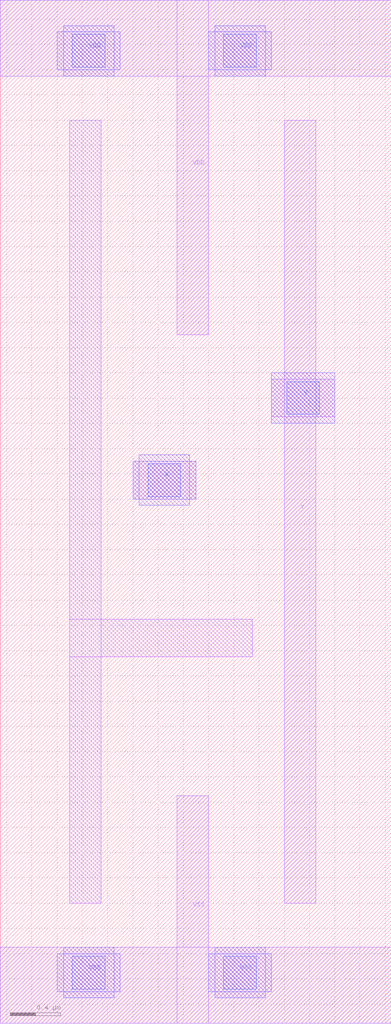
<source format=lef>
# Copyright 2022 Google LLC
# Licensed under the Apache License, Version 2.0 (the "License");
# you may not use this file except in compliance with the License.
# You may obtain a copy of the License at
#
#      http://www.apache.org/licenses/LICENSE-2.0
#
# Unless required by applicable law or agreed to in writing, software
# distributed under the License is distributed on an "AS IS" BASIS,
# WITHOUT WARRANTIES OR CONDITIONS OF ANY KIND, either express or implied.
# See the License for the specific language governing permissions and
# limitations under the License.
VERSION 5.7 ;
BUSBITCHARS "[]" ;
DIVIDERCHAR "/" ;

MACRO gf180mcu_osu_sc_12T_clkbuf_1
  CLASS CORE ;
  ORIGIN 0.85 0.15 ;
  FOREIGN gf180mcu_osu_sc_12T_clkbuf_1 -0.85 -0.15 ;
  SIZE 3.1 BY 8.1 ;
  SYMMETRY X Y ;
  SITE 12T ;
  PIN A
    DIRECTION INPUT ;
    USE SIGNAL ;
    PORT
      LAYER MET1 ;
        RECT 0.2 4 0.7 4.3 ;
      LAYER MET2 ;
        RECT 0.2 4 0.7 4.3 ;
        RECT 0.25 3.95 0.65 4.35 ;
      LAYER VIA12 ;
        RECT 0.32 4.02 0.58 4.28 ;
    END
  END A
  PIN VDD
    DIRECTION INOUT ;
    USE POWER ;
    SHAPE ABUTMENT ;
    PORT
      LAYER MET1 ;
        RECT -0.85 7.35 2.25 7.95 ;
        RECT 0.55 5.3 0.8 7.95 ;
      LAYER MET2 ;
        RECT 0.8 7.4 1.3 7.7 ;
        RECT 0.85 7.35 1.25 7.75 ;
        RECT -0.4 7.4 0.1 7.7 ;
        RECT -0.35 7.35 0.05 7.75 ;
      LAYER VIA12 ;
        RECT -0.28 7.42 -0.02 7.68 ;
        RECT 0.92 7.42 1.18 7.68 ;
    END
  END VDD
  PIN VSS
    DIRECTION INOUT ;
    USE GROUND ;
    PORT
      LAYER MET1 ;
        RECT -0.85 -0.15 2.25 0.45 ;
        RECT 0.55 -0.15 0.8 1.65 ;
      LAYER MET2 ;
        RECT 0.8 0.1 1.3 0.4 ;
        RECT 0.85 0.05 1.25 0.45 ;
        RECT -0.4 0.1 0.1 0.4 ;
        RECT -0.35 0.05 0.05 0.45 ;
      LAYER VIA12 ;
        RECT -0.28 0.12 -0.02 0.38 ;
        RECT 0.92 0.12 1.18 0.38 ;
    END
  END VSS
  PIN Y
    DIRECTION OUTPUT ;
    USE SIGNAL ;
    PORT
      LAYER MET1 ;
        RECT 1.3 4.65 1.8 4.95 ;
        RECT 1.4 0.8 1.65 7 ;
      LAYER MET2 ;
        RECT 1.3 4.6 1.8 5 ;
      LAYER VIA12 ;
        RECT 1.42 4.67 1.68 4.93 ;
    END
  END Y
  OBS
    LAYER MET1 ;
      RECT -0.3 0.8 -0.05 7 ;
      RECT -0.3 2.75 1.15 3.05 ;
  END
END gf180mcu_osu_sc_12T_clkbuf_1

</source>
